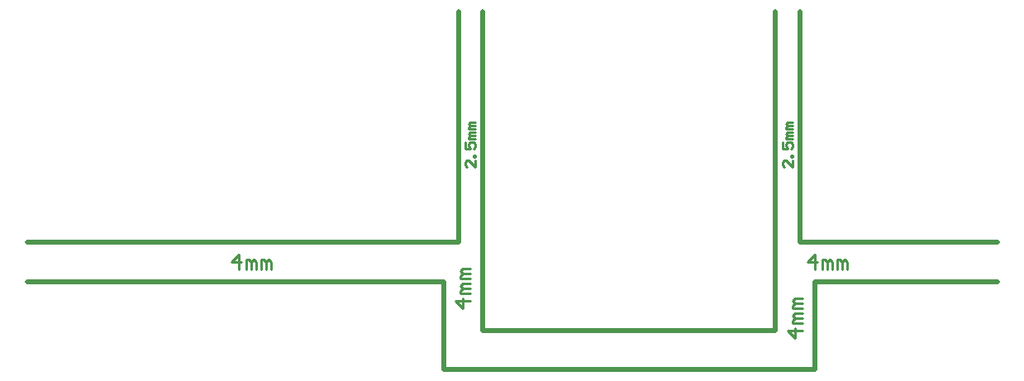
<source format=gto>
G04*
G04 #@! TF.GenerationSoftware,Altium Limited,Altium Designer,20.2.3 (150)*
G04*
G04 Layer_Color=65535*
%FSLAX25Y25*%
%MOIN*%
G70*
G04*
G04 #@! TF.SameCoordinates,AD3CAEB3-68CD-4C21-B43D-F576F7D38AEF*
G04*
G04*
G04 #@! TF.FilePolarity,Positive*
G04*
G01*
G75*
%ADD57C,0.01000*%
%ADD69C,0.02000*%
D57*
X86676Y288402D02*
Y294400D01*
X83677Y291401D01*
X87676D01*
X89675Y288402D02*
Y292400D01*
X90675D01*
X91675Y291401D01*
Y288402D01*
Y291401D01*
X92674Y292400D01*
X93674Y291401D01*
Y288402D01*
X95673D02*
Y292400D01*
X96673D01*
X97673Y291401D01*
Y288402D01*
Y291401D01*
X98672Y292400D01*
X99672Y291401D01*
Y288402D01*
X180102Y275653D02*
X174104D01*
X177103Y272654D01*
Y276652D01*
X180102Y278652D02*
X176104D01*
Y279651D01*
X177103Y280651D01*
X180102D01*
X177103D01*
X176104Y281651D01*
X177103Y282650D01*
X180102D01*
Y284650D02*
X176104D01*
Y285649D01*
X177103Y286649D01*
X180102D01*
X177103D01*
X176104Y287649D01*
X177103Y288648D01*
X180102D01*
X182071Y332406D02*
Y329740D01*
X179405Y332406D01*
X178739D01*
X178072Y331739D01*
Y330407D01*
X178739Y329740D01*
X182071Y333739D02*
X181404D01*
Y334405D01*
X182071D01*
Y333739D01*
X178072Y339737D02*
Y337071D01*
X180071D01*
X179405Y338404D01*
Y339071D01*
X180071Y339737D01*
X181404D01*
X182071Y339071D01*
Y337738D01*
X181404Y337071D01*
X182071Y341070D02*
X179405D01*
Y341736D01*
X180071Y342403D01*
X182071D01*
X180071D01*
X179405Y343069D01*
X180071Y343736D01*
X182071D01*
Y345069D02*
X179405D01*
Y345735D01*
X180071Y346402D01*
X182071D01*
X180071D01*
X179405Y347068D01*
X180071Y347734D01*
X182071D01*
X310024Y332406D02*
Y329740D01*
X307358Y332406D01*
X306691D01*
X306025Y331739D01*
Y330407D01*
X306691Y329740D01*
X310024Y333739D02*
X309357D01*
Y334405D01*
X310024D01*
Y333739D01*
X306025Y339737D02*
Y337071D01*
X308024D01*
X307358Y338404D01*
Y339071D01*
X308024Y339737D01*
X309357D01*
X310024Y339071D01*
Y337738D01*
X309357Y337071D01*
X310024Y341070D02*
X307358D01*
Y341736D01*
X308024Y342403D01*
X310024D01*
X308024D01*
X307358Y343069D01*
X308024Y343736D01*
X310024D01*
Y345069D02*
X307358D01*
Y345735D01*
X308024Y346402D01*
X310024D01*
X308024D01*
X307358Y347068D01*
X308024Y347734D01*
X310024D01*
X318960Y288402D02*
Y294400D01*
X315961Y291401D01*
X319959D01*
X321959Y288402D02*
Y292400D01*
X322958D01*
X323958Y291401D01*
Y288402D01*
Y291401D01*
X324958Y292400D01*
X325957Y291401D01*
Y288402D01*
X327957D02*
Y292400D01*
X328956D01*
X329956Y291401D01*
Y288402D01*
Y291401D01*
X330956Y292400D01*
X331956Y291401D01*
Y288402D01*
X313961Y263842D02*
X307963D01*
X310962Y260842D01*
Y264841D01*
X313961Y266841D02*
X309962D01*
Y267840D01*
X310962Y268840D01*
X313961D01*
X310962D01*
X309962Y269840D01*
X310962Y270839D01*
X313961D01*
Y272839D02*
X309962D01*
Y273838D01*
X310962Y274838D01*
X313961D01*
X310962D01*
X309962Y275838D01*
X310962Y276837D01*
X313961D01*
D69*
X169291Y248031D02*
Y283465D01*
X318898Y248031D02*
Y283465D01*
X169291Y248031D02*
X318898D01*
Y283465D02*
X392520D01*
X1181Y283465D02*
X169291Y283465D01*
X312992Y299213D02*
X392520D01*
X312992D02*
Y392520D01*
X303150Y263779D02*
X303150Y392520D01*
X185039Y263779D02*
X303150Y263779D01*
X185039Y263779D02*
X185039Y392520D01*
X1181Y299213D02*
X175197Y299213D01*
Y392520D01*
M02*

</source>
